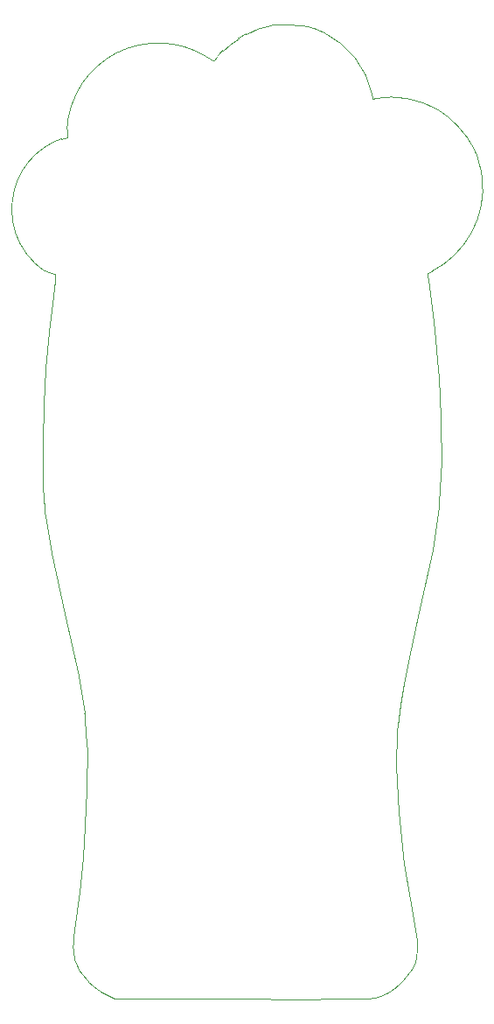
<source format=gbr>
%TF.GenerationSoftware,KiCad,Pcbnew,7.0.8*%
%TF.CreationDate,2024-06-06T10:31:46+02:00*%
%TF.ProjectId,BeerBoard,42656572-426f-4617-9264-2e6b69636164,rev?*%
%TF.SameCoordinates,Original*%
%TF.FileFunction,Profile,NP*%
%FSLAX46Y46*%
G04 Gerber Fmt 4.6, Leading zero omitted, Abs format (unit mm)*
G04 Created by KiCad (PCBNEW 7.0.8) date 2024-06-06 10:31:46*
%MOMM*%
%LPD*%
G01*
G04 APERTURE LIST*
%TA.AperFunction,Profile*%
%ADD10C,0.100000*%
%TD*%
G04 APERTURE END LIST*
D10*
X118801913Y-130629515D02*
X119412252Y-134327228D01*
X119863376Y-72455714D02*
G75*
G03*
X119224103Y-73261282I5151224J-4744286D01*
G01*
X119609341Y-141623162D02*
X119448547Y-145103255D01*
X138340397Y-67684467D02*
G75*
G03*
X137824513Y-67706195I-22097J-5610333D01*
G01*
X119788260Y-160270007D02*
X120206884Y-160665809D01*
X117691656Y-78545209D02*
X117166656Y-78714561D01*
X152726914Y-92369018D02*
G75*
G03*
X152634103Y-91940990I-2476814J-312982D01*
G01*
X157801915Y-85204571D02*
G75*
G03*
X157890889Y-82547226I-8106015J1601571D01*
G01*
X149740481Y-135452343D02*
G75*
G03*
X149583368Y-139270082I34503919J-3332057D01*
G01*
X149978248Y-133453072D02*
X150305031Y-131456711D01*
X148860612Y-161334954D02*
G75*
G03*
X149501439Y-160889857I-2784712J4693154D01*
G01*
X116387749Y-91783274D02*
G75*
G03*
X116246464Y-91742904I-529849J-1586926D01*
G01*
X116436159Y-93131612D02*
X116344191Y-93878501D01*
X117505099Y-124658244D02*
X118801913Y-130629515D01*
X121437451Y-161470727D02*
X122326477Y-161911282D01*
X121581755Y-70950394D02*
G75*
G03*
X120682213Y-71657019I6141745J-8744406D01*
G01*
X134281518Y-69004525D02*
X133488327Y-69571933D01*
X126896493Y-69463016D02*
G75*
G03*
X124621078Y-69661293I-357993J-9047084D01*
G01*
X120575356Y-160963376D02*
G75*
G03*
X120962545Y-161215663I2626044J3606976D01*
G01*
X114012501Y-80895722D02*
G75*
G03*
X112925419Y-82692073I5400499J-4495278D01*
G01*
X157890890Y-82547226D02*
X157760120Y-81780680D01*
X115322399Y-108061282D02*
X115357538Y-112016048D01*
X131172434Y-70767135D02*
G75*
G03*
X129132195Y-69840004I-4512234J-7221165D01*
G01*
X151589776Y-157889127D02*
G75*
G03*
X151597285Y-156334851I-5375576J803127D01*
G01*
X157066938Y-79611283D02*
G75*
G03*
X156441670Y-78586827I-6617538J-3335917D01*
G01*
X150819572Y-128902967D02*
X151702601Y-124911282D01*
X135410954Y-68397587D02*
X135025182Y-68575336D01*
X150322098Y-148830079D02*
X149793078Y-143888835D01*
X116558530Y-91931657D02*
X116505344Y-92488941D01*
X116344191Y-93878501D02*
X115937085Y-97415140D01*
X114683858Y-80197689D02*
G75*
G03*
X114012515Y-80895733I4522242J-5021111D01*
G01*
X150305031Y-131456711D02*
X150819572Y-128902967D01*
X132024134Y-71021360D02*
X131912978Y-71139072D01*
X119219286Y-148287577D02*
X118891788Y-151535057D01*
X115620706Y-115195236D02*
X116237486Y-118836431D01*
X118608700Y-74326788D02*
G75*
G03*
X118118676Y-75527859I9299800J-4494712D01*
G01*
X116088830Y-91710804D02*
X116246463Y-91742904D01*
X113775400Y-89846955D02*
G75*
G03*
X114572568Y-90746819I6305600J4782955D01*
G01*
X119448547Y-145103255D02*
X119219286Y-148287577D01*
X132775512Y-70173001D02*
G75*
G03*
X132291656Y-70699370I2777888J-3039099D01*
G01*
X115357538Y-112016048D02*
G75*
G03*
X115620706Y-115195236I33105562J1139948D01*
G01*
X135025180Y-68575332D02*
G75*
G03*
X134281518Y-69004525I3330420J-6629468D01*
G01*
X134684067Y-161938696D02*
X140255906Y-161945086D01*
X133488327Y-69571933D02*
X132775510Y-70172999D01*
X132152523Y-70873736D02*
X132024134Y-71021360D01*
X151145378Y-159071821D02*
G75*
G03*
X151589766Y-157889125I-2537078J1628121D01*
G01*
X141811810Y-68115422D02*
G75*
G03*
X141073548Y-67887407I-1892610J-4818678D01*
G01*
X120206887Y-160665806D02*
G75*
G03*
X120575356Y-160963377I3155413J3530306D01*
G01*
X153694473Y-101871329D02*
X153563693Y-100123510D01*
X137375112Y-67772564D02*
X136798275Y-67908809D01*
X136376829Y-68034572D02*
X135888284Y-68207607D01*
X119642372Y-137559820D02*
X119609341Y-141623162D01*
X116387748Y-91783278D02*
X116499979Y-91825874D01*
X150677427Y-74833171D02*
G75*
G03*
X149093129Y-74676560I-1700127J-9106929D01*
G01*
X152249379Y-75266098D02*
G75*
G03*
X150677427Y-74833170I-3351579J-9099202D01*
G01*
X151139843Y-153653393D02*
X150322098Y-148830079D01*
X144127220Y-161933489D02*
X147070717Y-161911804D01*
X156879004Y-87766026D02*
G75*
G03*
X157801922Y-85204573I-7969604J4318526D01*
G01*
X157557950Y-80960605D02*
X157316533Y-80196958D01*
X113150660Y-88862762D02*
G75*
G03*
X113775403Y-89846953I6204440J3248062D01*
G01*
X147310253Y-74882562D02*
X147189635Y-74296922D01*
X153680350Y-75947641D02*
G75*
G03*
X152249380Y-75266097I-4426350J-7450559D01*
G01*
X149793078Y-143888835D02*
X149583367Y-139270082D01*
X149740482Y-135452343D02*
X149978248Y-133453072D01*
X152809265Y-91664691D02*
X153011412Y-91551914D01*
X142641655Y-68486449D02*
G75*
G03*
X141811808Y-68115428I-4432055J-8799451D01*
G01*
X156441667Y-78586829D02*
G75*
G03*
X155591823Y-77552047I-9253667J-6733471D01*
G01*
X120682213Y-71657019D02*
G75*
G03*
X119863376Y-72455714I7042987J-8039681D01*
G01*
X115937085Y-97415140D02*
X115634205Y-100914448D01*
X115397602Y-91427692D02*
G75*
G03*
X116088830Y-91710803I974498J1393892D01*
G01*
X137824513Y-67706193D02*
G75*
G03*
X137375112Y-67772565I342087J-3870907D01*
G01*
X151597286Y-156334851D02*
X151139843Y-153653393D01*
X153797646Y-103626362D02*
X153694473Y-101871329D01*
X117691656Y-77816068D02*
X117691656Y-78545209D01*
X131825555Y-71147032D02*
X131638251Y-71044391D01*
X153209714Y-96383777D02*
X152973344Y-94354245D01*
X112471799Y-86885847D02*
G75*
G03*
X113150654Y-88862765I6813701J1234747D01*
G01*
X152809271Y-91664701D02*
G75*
G03*
X152690273Y-91759748I313729J-514799D01*
G01*
X141073547Y-67887414D02*
G75*
G03*
X140261893Y-67759063I-1347747J-5892286D01*
G01*
X148209494Y-161655764D02*
G75*
G03*
X148860610Y-161334950I-1735394J4343264D01*
G01*
X131419161Y-70917900D02*
X131172431Y-70767140D01*
X153965368Y-110503550D02*
X153890535Y-105661282D01*
X116558549Y-91931659D02*
G75*
G03*
X116542225Y-91862202I-111849J10359D01*
G01*
X152635458Y-91849076D02*
G75*
G03*
X152634105Y-91940990I139742J-48024D01*
G01*
X118432502Y-155211283D02*
G75*
G03*
X118299672Y-156927394I15046498J-2027817D01*
G01*
X112925419Y-82692073D02*
G75*
G03*
X112395696Y-84757999I6896981J-2869327D01*
G01*
X153890535Y-105661282D02*
X153797646Y-103626362D01*
X116542210Y-91862211D02*
G75*
G03*
X116499978Y-91825874I-78210J-48189D01*
G01*
X151702601Y-124911282D02*
X153078535Y-118452955D01*
X118450801Y-158173704D02*
G75*
G03*
X118923208Y-159216087I3392199J909104D01*
G01*
X116320224Y-79065920D02*
G75*
G03*
X115472717Y-79573869I3473976J-6757280D01*
G01*
X119642372Y-137559820D02*
G75*
G03*
X119412251Y-134327228I-30969772J-580180D01*
G01*
X153563693Y-100123510D02*
X153386309Y-98111282D01*
X122464537Y-70422622D02*
G75*
G03*
X121581754Y-70950393I3143963J-6260978D01*
G01*
X152973344Y-94354245D02*
X152726919Y-92369017D01*
X146600540Y-72530637D02*
G75*
G03*
X145602947Y-70912306I-7712440J-3637563D01*
G01*
X153386309Y-98111282D02*
X153209714Y-96383777D01*
X120962545Y-161215664D02*
X121437451Y-161470727D01*
X155591826Y-77552044D02*
G75*
G03*
X154633307Y-76630230I-8309726J-7681356D01*
G01*
X147070717Y-161911803D02*
G75*
G03*
X147535410Y-161860730I-20117J2322603D01*
G01*
X118118678Y-75527860D02*
G75*
G03*
X117797602Y-76734986I9170022J-3085340D01*
G01*
X147189629Y-74296923D02*
G75*
G03*
X146600543Y-72530636I-7693329J-1584477D01*
G01*
X112395702Y-84758000D02*
G75*
G03*
X112471805Y-86885846I7400598J-800600D01*
G01*
X114572565Y-90746822D02*
G75*
G03*
X115397600Y-91427694I4666635J4814422D01*
G01*
X117166653Y-78714553D02*
G75*
G03*
X116320221Y-79065916I1729447J-5361447D01*
G01*
X153733441Y-114277864D02*
G75*
G03*
X153965368Y-110503550I-36283641J4123864D01*
G01*
X131825546Y-71147048D02*
G75*
G03*
X131872431Y-71157495I41954J77848D01*
G01*
X154633309Y-76630227D02*
G75*
G03*
X153680353Y-75947636I-4457509J-5216573D01*
G01*
X155225136Y-89960928D02*
G75*
G03*
X156879011Y-87766030I-6475936J6600228D01*
G01*
X116237486Y-118836431D02*
X117505099Y-124658244D01*
X136798275Y-67908809D02*
X136376829Y-68034572D01*
X129132192Y-69840014D02*
G75*
G03*
X126896493Y-69463010I-2588192J-8530886D01*
G01*
X152690271Y-91759746D02*
G75*
G03*
X152635455Y-91849075I172529J-167354D01*
G01*
X147535411Y-161860736D02*
G75*
G03*
X148209493Y-161655763I-866911J4061836D01*
G01*
X157316528Y-80196960D02*
G75*
G03*
X157066938Y-79611282I-4688328J-1651940D01*
G01*
X145602949Y-70912304D02*
G75*
G03*
X144257327Y-69536655I-6885949J-5389696D01*
G01*
X140261893Y-67759063D02*
X139191656Y-67697358D01*
X131638251Y-71044391D02*
X131419161Y-70917900D01*
X147625955Y-74817321D02*
X147310253Y-74882562D01*
X131872432Y-71157515D02*
G75*
G03*
X131912978Y-71139072I-3332J61115D01*
G01*
X153011417Y-91551924D02*
G75*
G03*
X155225132Y-89960924I-4061417J7986624D01*
G01*
X132291656Y-70699370D02*
X132152523Y-70873736D01*
X115430860Y-104441464D02*
X115322399Y-108061282D01*
X117797604Y-76734986D02*
G75*
G03*
X117691656Y-77816068I5462996J-1081114D01*
G01*
X115472721Y-79573874D02*
G75*
G03*
X114683857Y-80197688I4466879J-6459426D01*
G01*
X118923208Y-159216087D02*
G75*
G03*
X119788261Y-160270006I5786292J3867387D01*
G01*
X149093129Y-74676557D02*
G75*
G03*
X147625955Y-74817321I-85329J-6827143D01*
G01*
X124621079Y-69661295D02*
G75*
G03*
X122464536Y-70422621I1927021J-8893505D01*
G01*
X139191656Y-67697358D02*
X138340397Y-67684463D01*
X116505344Y-92488941D02*
X116436159Y-93131612D01*
X115634205Y-100914448D02*
X115430860Y-104441464D01*
X144257325Y-69536658D02*
G75*
G03*
X142641656Y-68486447I-5570925J-6802542D01*
G01*
X135888284Y-68207607D02*
X135410954Y-68397587D01*
X118891788Y-151535057D02*
X118432496Y-155211282D01*
X157760120Y-81780680D02*
X157557950Y-80960605D01*
X122326477Y-161911282D02*
X134684067Y-161938696D01*
X150144957Y-160312409D02*
G75*
G03*
X151145382Y-159071825I-5215357J5229409D01*
G01*
X140255906Y-161945086D02*
X144127220Y-161933489D01*
X119224102Y-73261281D02*
G75*
G03*
X118608705Y-74326791I6922998J-4708919D01*
G01*
X153078535Y-118452955D02*
X153733437Y-114277863D01*
X149501443Y-160889862D02*
G75*
G03*
X150144959Y-160312411I-5151143J6387762D01*
G01*
X118299660Y-156927394D02*
G75*
G03*
X118450791Y-158173707I4459840J-91506D01*
G01*
M02*

</source>
